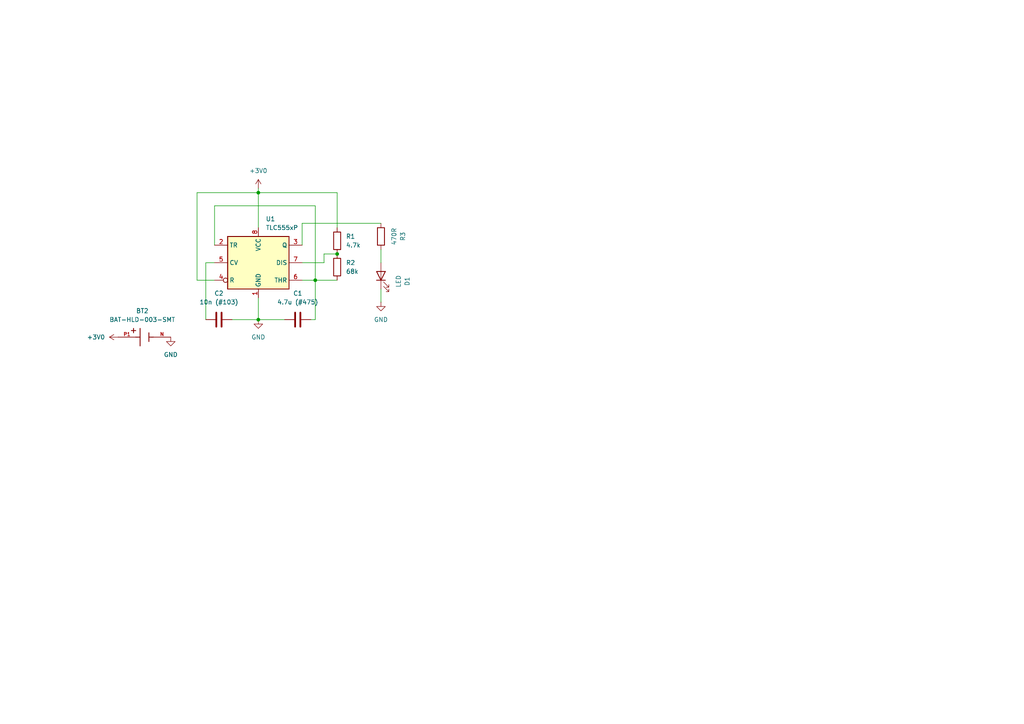
<source format=kicad_sch>
(kicad_sch (version 20250114) (generator "eeschema") (generator_version "9.0")
  (paper "A4")
  (lib_symbols
    (symbol "BAT-HLD-003-SMT:BAT-HLD-003-SMT" (pin_names (offset 1.016))
      (property "Reference" "BT" (at -3.81 3.81 0))
      (property "Value" "BAT-HLD-003-SMT" (at -3.81 -5.08 0))
      (symbol "BAT-HLD-003-SMT_0_0"
        (polyline (pts (xy -3.81 1.905) (xy -2.54 1.905)) (stroke (width 0.254)))
        (polyline (pts (xy -3.175 2.54) (xy -3.175 1.27)) (stroke (width 0.254)))
        (polyline (pts (xy -1.27 2.54) (xy -1.27 0)) (stroke (width 0.254)))
        (polyline (pts (xy -1.27 0) (xy -2.54 0)) (stroke (width 0.254)))
        (polyline (pts (xy -1.27 0) (xy -1.27 -2.54)) (stroke (width 0.254)))
        (polyline (pts (xy 1.27 1.27) (xy 1.27 0)) (stroke (width 0.254)))
        (polyline (pts (xy 1.27 0) (xy 1.27 -1.27)) (stroke (width 0.254)))
        (polyline (pts (xy 1.27 0) (xy 2.54 0)) (stroke (width 0.254)))
        (pin passive line (at -7.62 0 0) (length 5.08) (name "~") (number "P1"))
        (pin passive line (at -7.62 0 0) (length 5.08) (hide yes) (name "~") (number "P2"))
        (pin passive line (at 7.62 0 180) (length 5.08) (name "~") (number "N"))
      )
    )
    (symbol "Device:C" (pin_numbers (hide yes)) (pin_names (offset 0.254))
      (property "Reference" "C" (at 0.635 2.54 0))
      (property "Value" "C" (at 0.635 -2.54 0))
      (symbol "C_0_1"
        (polyline (pts (xy -2.032 0.762) (xy 2.032 0.762)) (stroke (width 0.508)))
        (polyline (pts (xy -2.032 -0.762) (xy 2.032 -0.762)) (stroke (width 0.508)))
      )
      (symbol "C_1_1"
        (pin passive line (at 0 3.81 270) (length 2.794) (name "~") (number "1"))
        (pin passive line (at 0 -3.81 90) (length 2.794) (name "~") (number "2"))
      )
    )
    (symbol "Device:LED" (pin_numbers (hide yes)) (pin_names (offset 1.016) (hide yes))
      (property "Reference" "D" (at 0 2.54 0))
      (property "Value" "LED" (at 0 -2.54 0))
      (symbol "LED_0_1"
        (polyline (pts (xy -3.048 -0.762) (xy -4.572 -2.286) (xy -3.81 -2.286) (xy -4.572 -2.286) (xy -4.572 -1.524)))
        (polyline (pts (xy -1.778 -0.762) (xy -3.302 -2.286) (xy -2.54 -2.286) (xy -3.302 -2.286) (xy -3.302 -1.524)))
        (polyline (pts (xy -1.27 0) (xy 1.27 0)))
        (polyline (pts (xy -1.27 -1.27) (xy -1.27 1.27)) (stroke (width 0.254)))
        (polyline (pts (xy 1.27 -1.27) (xy 1.27 1.27) (xy -1.27 0) (xy 1.27 -1.27)) (stroke (width 0.254)))
      )
      (symbol "LED_1_1"
        (pin passive line (at -3.81 0 0) (length 2.54) (name "K") (number "1"))
        (pin passive line (at 3.81 0 180) (length 2.54) (name "A") (number "2"))
      )
    )
    (symbol "Device:R" (pin_numbers (hide yes)) (pin_names (offset 0))
      (property "Reference" "R" (at 2.032 0 90))
      (property "Value" "R" (at 0 0 90))
      (symbol "R_0_1"
        (rectangle (start -1.016 -2.54) (end 1.016 2.54) (stroke (width 0.254)))
      )
      (symbol "R_1_1"
        (pin passive line (at 0 3.81 270) (length 1.27) (name "~") (number "1"))
        (pin passive line (at 0 -3.81 90) (length 1.27) (name "~") (number "2"))
      )
    )
    (symbol "Timer:TLC555xP"
      (property "Reference" "U" (at -10.16 8.89 0))
      (property "Value" "TLC555xP" (at 2.54 8.89 0))
      (symbol "TLC555xP_0_0"
        (pin power_in line (at 0 10.16 270) (length 2.54) (name "VCC") (number "8"))
        (pin power_in line (at 0 -10.16 90) (length 2.54) (name "GND") (number "1"))
      )
      (symbol "TLC555xP_0_1"
        (rectangle (start -8.89 -7.62) (end 8.89 7.62) (stroke (width 0.254)) (fill (type background)))
        (rectangle (start -8.89 -7.62) (end 8.89 7.62) (stroke (width 0.254)) (fill (type background)))
      )
      (symbol "TLC555xP_1_1"
        (pin input line (at -12.7 5.08 0) (length 3.81) (name "TR") (number "2"))
        (pin input line (at -12.7 0 0) (length 3.81) (name "CV") (number "5"))
        (pin input inverted (at -12.7 -5.08 0) (length 3.81) (name "R") (number "4"))
        (pin output line (at 12.7 5.08 180) (length 3.81) (name "Q") (number "3"))
        (pin input line (at 12.7 0 180) (length 3.81) (name "DIS") (number "7"))
        (pin input line (at 12.7 -5.08 180) (length 3.81) (name "THR") (number "6"))
      )
    )
    (symbol "power:+3V0" (power) (pin_numbers (hide yes)) (pin_names (offset 0) (hide yes))
      (property "Value" "+3V0" (at 0 3.556 0))
      (symbol "+3V0_0_1"
        (polyline (pts (xy -0.762 1.27) (xy 0 2.54)))
        (polyline (pts (xy 0 2.54) (xy 0.762 1.27)))
        (polyline (pts (xy 0 0) (xy 0 2.54)))
      )
      (symbol "+3V0_1_1"
        (pin power_in line (at 0 0 90) (length 0) (name "~") (number "1"))
      )
    )
    (symbol "power:GND" (power) (pin_numbers (hide yes)) (pin_names (offset 0) (hide yes))
      (property "Value" "GND" (at 0 -3.81 0))
      (symbol "GND_0_1"
        (polyline (pts (xy 0 0) (xy 0 -1.27) (xy 1.27 -1.27) (xy 0 -2.54) (xy -1.27 -1.27) (xy 0 -1.27)))
      )
      (symbol "GND_1_1"
        (pin power_in line (at 0 0 270) (length 0) (name "~") (number "1"))
      )
    )
  )
  (junction (at 91.44 81.28))
  (junction (at 74.93 55.88))
  (junction (at 97.79 73.66))
  (junction (at 74.93 92.71))
  (wire (pts (xy 91.44 59.69) (xy 91.44 81.28)))
  (wire (pts (xy 62.23 59.69) (xy 91.44 59.69)))
  (wire (pts (xy 90.17 92.71) (xy 91.44 92.71)))
  (wire (pts (xy 57.15 55.88) (xy 57.15 81.28)))
  (wire (pts (xy 74.93 55.88) (xy 57.15 55.88)))
  (wire (pts (xy 87.63 76.2) (xy 93.98 76.2)))
  (wire (pts (xy 97.79 66.04) (xy 97.79 55.88)))
  (wire (pts (xy 59.69 76.2) (xy 62.23 76.2)))
  (wire (pts (xy 91.44 81.28) (xy 87.63 81.28)))
  (wire (pts (xy 59.69 92.71) (xy 59.69 76.2)))
  (wire (pts (xy 74.93 54.61) (xy 74.93 55.88)))
  (wire (pts (xy 91.44 81.28) (xy 97.79 81.28)))
  (wire (pts (xy 87.63 64.77) (xy 110.49 64.77)))
  (wire (pts (xy 74.93 55.88) (xy 74.93 66.04)))
  (wire (pts (xy 57.15 81.28) (xy 62.23 81.28)))
  (wire (pts (xy 110.49 83.82) (xy 110.49 87.63)))
  (wire (pts (xy 87.63 71.12) (xy 87.63 64.77)))
  (wire (pts (xy 74.93 92.71) (xy 82.55 92.71)))
  (wire (pts (xy 93.98 73.66) (xy 97.79 73.66)))
  (wire (pts (xy 74.93 86.36) (xy 74.93 92.71)))
  (wire (pts (xy 91.44 81.28) (xy 91.44 92.71)))
  (wire (pts (xy 110.49 72.39) (xy 110.49 76.2)))
  (wire (pts (xy 93.98 76.2) (xy 93.98 73.66)))
  (wire (pts (xy 97.79 55.88) (xy 74.93 55.88)))
  (wire (pts (xy 62.23 71.12) (xy 62.23 59.69)))
  (wire (pts (xy 67.31 92.71) (xy 74.93 92.71)))
  (symbol (lib_id "power:GND") (at 74.93 92.71 0) (unit 1)
    (property "Reference" "#PWR02" (effects (hide yes)))
    (property "Value" "GND" (at 74.93 97.79 0))
    (property "Description" "Power symbol creates a global label with name \"GND\" , ground" (effects (hide yes)))
  )
  (symbol (lib_id "power:+3V0") (at 74.93 54.61 0) (unit 1)
    (property "Reference" "#PWR01" (effects (hide yes)))
    (property "Value" "+3V0" (at 74.93 49.53 0))
    (property "Description" "Power symbol creates a global label with name \"+3V0\"" (effects (hide yes)))
  )
  (symbol (lib_id "power:GND") (at 110.49 87.63 0) (unit 1)
    (property "Reference" "#PWR03" (effects (hide yes)))
    (property "Value" "GND" (at 110.49 92.71 0))
    (property "Description" "Power symbol creates a global label with name \"GND\" , ground" (effects (hide yes)))
  )
  (symbol (lib_id "Timer:TLC555xP") (at 74.93 76.2 0) (unit 1)
    (property "Reference" "U1" (at 77.0733 63.5 0) (effects (justify left)))
    (property "Value" "TLC555xP" (at 77.0733 66.04 0) (effects (justify left)))
    (property "Footprint" "Package_DIP:DIP-8_W7.62mm" (effects (hide yes)))
    (property "Datasheet" "http://www.ti.com/lit/ds/symlink/tlc555.pdf" (effects (hide yes)))
    (property "Description" "Single LinCMOS Timer, 555 compatible, PDIP-8" (effects (hide yes)))
  )
  (symbol (lib_id "Device:C") (at 86.36 92.71 90) (unit 1)
    (property "Reference" "C1" (at 86.36 85.09 90))
    (property "Value" "4.7u (#475)" (at 86.36 87.63 90))
    (property "Footprint" "Capacitor_THT:C_Disc_D6.0mm_W4.4mm_P5.00mm" (effects (hide yes)))
    (property "Description" "Unpolarized capacitor" (effects (hide yes)))
  )
  (symbol (lib_id "power:+3V0") (at 34.29 97.79 90) (unit 1)
    (property "Reference" "#PWR05" (effects (hide yes)))
    (property "Value" "+3V0" (at 30.48 97.7899 90) (effects (justify left)))
    (property "Description" "Power symbol creates a global label with name \"+3V0\"" (effects (hide yes)))
  )
  (symbol (lib_id "Device:C") (at 63.5 92.71 90) (unit 1)
    (property "Reference" "C2" (at 63.5 85.09 90))
    (property "Value" "10n (#103)" (at 63.5 87.63 90))
    (property "Footprint" "Capacitor_THT:C_Disc_D6.0mm_W4.4mm_P5.00mm" (effects (hide yes)))
    (property "Description" "Unpolarized capacitor" (effects (hide yes)))
  )
  (symbol (lib_id "Device:LED") (at 110.49 80.01 90) (unit 1)
    (property "Reference" "D1" (at 118.11 81.5975 0))
    (property "Value" "LED" (at 115.57 81.5975 0))
    (property "Footprint" "LED_THT:LED_D1.8mm_W3.3mm_H2.4mm" (effects (hide yes)))
    (property "Description" "Light emitting diode" (effects (hide yes)))
    (property "Sim.Pins" "1=K 2=A" (effects (hide yes)))
  )
  (symbol (lib_id "BAT-HLD-003-SMT:BAT-HLD-003-SMT") (at 41.91 97.79 0) (unit 1)
    (property "Reference" "BT2" (at 41.275 90.17 0))
    (property "Value" "BAT-HLD-003-SMT" (at 41.275 92.71 0))
    (property "Footprint" "BAT-HLD-003-SMT:BAT_BAT-HLD-003-SMT" (effects (hide yes)))
    (property "DigiKey_Part_Number" "343-BAT-HLD-003-SMT-ND" (effects (hide yes)))
    (property "SnapEDA_Link" "https://www.snapeda.com/parts/BAT-HLD-003-SMT/TE+Connectivity/view-part/?ref=snap" (effects (hide yes)))
    (property "Check_prices" "https://www.snapeda.com/parts/BAT-HLD-003-SMT/TE+Connectivity/view-part/?ref=eda" (effects (hide yes)))
    (property "Package" "None" (effects (hide yes)))
    (property "Price" "None" (effects (hide yes)))
    (property "MF" "TE Connectivity" (effects (hide yes)))
    (property "MP" "BAT-HLD-003-SMT" (effects (hide yes)))
    (property "Purchase-URL" "https://www.snapeda.com/api/url_track_click_mouser/?unipart_id=6393643&manufacturer=Linx Technologies Inc.&part_name=BAT-HLD-003-SMT&search_term=None" (effects (hide yes)))
    (property "Availability" "In Stock" (effects (hide yes)))
    (property "Description_1" "Battery Holder Coin 20 SMT Nickel" (effects (hide yes)))
  )
  (symbol (lib_id "Device:R") (at 110.49 68.58 180) (unit 1)
    (property "Reference" "R3" (at 116.84 68.58 90))
    (property "Value" "470R" (at 114.3 68.58 90))
    (property "Footprint" "Resistor_THT:R_Axial_DIN0207_L6.3mm_D2.5mm_P7.62mm_Horizontal" (effects (hide yes)))
    (property "Description" "Resistor" (effects (hide yes)))
  )
  (symbol (lib_id "Device:R") (at 97.79 69.85 0) (unit 1)
    (property "Reference" "R1" (at 100.33 68.5799 0) (effects (justify left)))
    (property "Value" "4.7k" (at 100.33 71.1199 0) (effects (justify left)))
    (property "Footprint" "Resistor_THT:R_Axial_DIN0207_L6.3mm_D2.5mm_P7.62mm_Horizontal" (effects (hide yes)))
    (property "Description" "Resistor" (effects (hide yes)))
  )
  (symbol (lib_id "Device:R") (at 97.79 77.47 0) (unit 1)
    (property "Reference" "R2" (at 100.33 76.1999 0) (effects (justify left)))
    (property "Value" "68k" (at 100.33 78.7399 0) (effects (justify left)))
    (property "Footprint" "Resistor_THT:R_Axial_DIN0207_L6.3mm_D2.5mm_P7.62mm_Horizontal" (effects (hide yes)))
    (property "Description" "Resistor" (effects (hide yes)))
  )
  (symbol (lib_id "power:GND") (at 49.53 97.79 0) (unit 1)
    (property "Reference" "#PWR04" (effects (hide yes)))
    (property "Value" "GND" (at 49.53 102.87 0))
    (property "Description" "Power symbol creates a global label with name \"GND\" , ground" (effects (hide yes)))
  )
)
</source>
